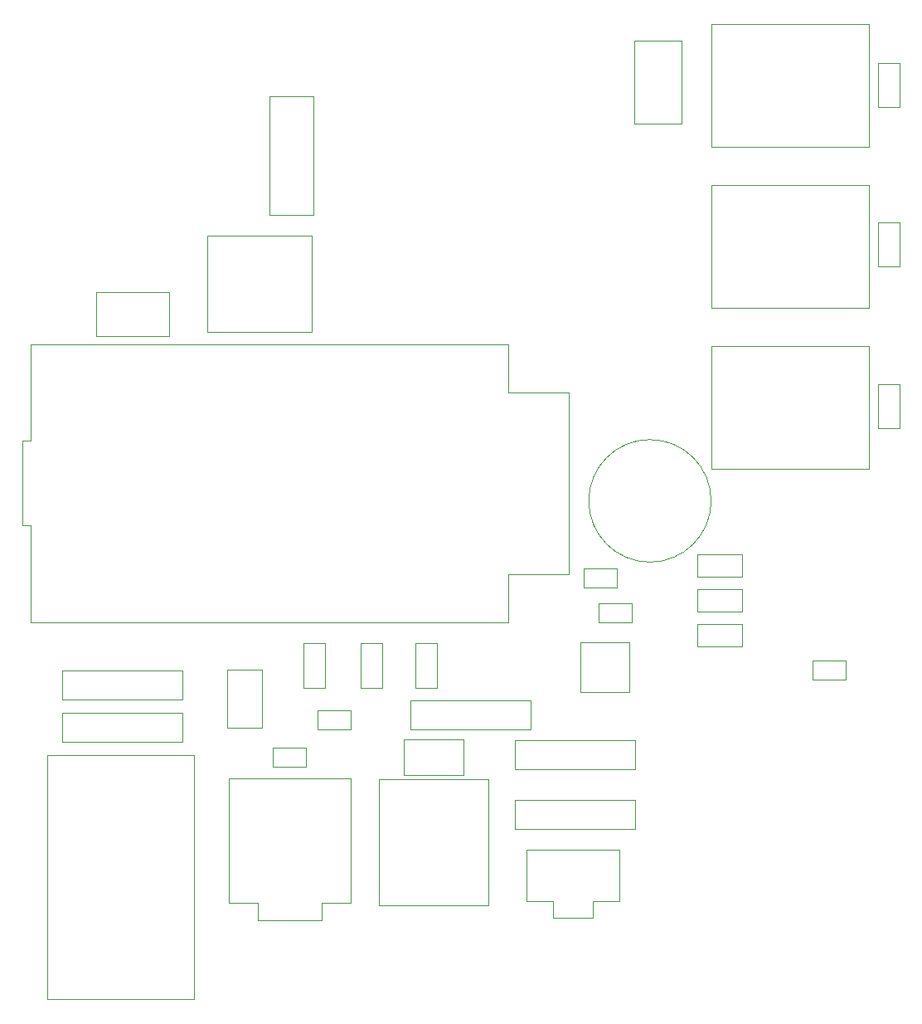
<source format=gbr>
%TF.GenerationSoftware,KiCad,Pcbnew,7.0.9*%
%TF.CreationDate,2024-02-28T20:27:22+01:00*%
%TF.ProjectId,logger_pcb_kicad,6c6f6767-6572-45f7-9063-625f6b696361,rev?*%
%TF.SameCoordinates,Original*%
%TF.FileFunction,Other,User*%
%FSLAX46Y46*%
G04 Gerber Fmt 4.6, Leading zero omitted, Abs format (unit mm)*
G04 Created by KiCad (PCBNEW 7.0.9) date 2024-02-28 20:27:22*
%MOMM*%
%LPD*%
G01*
G04 APERTURE LIST*
%ADD10C,0.050000*%
G04 APERTURE END LIST*
D10*
%TO.C,J4*%
X124600000Y-124050000D02*
X124600000Y-136750000D01*
X124600000Y-136750000D02*
X127600000Y-136750000D01*
X127600000Y-136750000D02*
X127600000Y-138550000D01*
X127600000Y-138550000D02*
X134100000Y-138550000D01*
X134100000Y-136750000D02*
X137100000Y-136750000D01*
X134100000Y-138550000D02*
X134100000Y-136750000D01*
X137100000Y-124050000D02*
X124600000Y-124050000D01*
X137100000Y-136500000D02*
X137100000Y-124050000D01*
X137100000Y-136750000D02*
X137100000Y-136500000D01*
%TO.C,R13*%
X172472000Y-101242000D02*
X177032000Y-101242000D01*
X172472000Y-103482000D02*
X172472000Y-101242000D01*
X177032000Y-101242000D02*
X177032000Y-103482000D01*
X177032000Y-103482000D02*
X172472000Y-103482000D01*
%TO.C,R1*%
X190904000Y-88386000D02*
X190904000Y-83826000D01*
X193144000Y-88386000D02*
X190904000Y-88386000D01*
X190904000Y-83826000D02*
X193144000Y-83826000D01*
X193144000Y-83826000D02*
X193144000Y-88386000D01*
%TO.C,R7*%
X138072000Y-114863500D02*
X138072000Y-110303500D01*
X140312000Y-114863500D02*
X138072000Y-114863500D01*
X138072000Y-110303500D02*
X140312000Y-110303500D01*
X140312000Y-110303500D02*
X140312000Y-114863500D01*
%TO.C,R2*%
X190904000Y-71876000D02*
X190904000Y-67316000D01*
X193144000Y-71876000D02*
X190904000Y-71876000D01*
X190904000Y-67316000D02*
X193144000Y-67316000D01*
X193144000Y-67316000D02*
X193144000Y-71876000D01*
%TO.C,SW3*%
X173944000Y-79996000D02*
X173944000Y-92496000D01*
X173944000Y-79996000D02*
X189964000Y-79996000D01*
X189964000Y-92496000D02*
X173944000Y-92496000D01*
X189964000Y-92496000D02*
X189964000Y-79996000D01*
%TO.C,C4*%
X160860000Y-102652000D02*
X164260000Y-102652000D01*
X160860000Y-104612000D02*
X160860000Y-102652000D01*
X164260000Y-102652000D02*
X164260000Y-104612000D01*
X164260000Y-104612000D02*
X160860000Y-104612000D01*
%TO.C,R8*%
X143660000Y-114863500D02*
X143660000Y-110303500D01*
X145900000Y-114863500D02*
X143660000Y-114863500D01*
X143660000Y-110303500D02*
X145900000Y-110303500D01*
X145900000Y-110303500D02*
X145900000Y-114863500D01*
%TO.C,C2*%
X137082000Y-119090000D02*
X133682000Y-119090000D01*
X137082000Y-117130000D02*
X137082000Y-119090000D01*
X133682000Y-119090000D02*
X133682000Y-117130000D01*
X133682000Y-117130000D02*
X137082000Y-117130000D01*
%TO.C,J1*%
X121123000Y-146631000D02*
X106063000Y-146631000D01*
X121123000Y-121701000D02*
X121123000Y-146631000D01*
X106063000Y-146631000D02*
X106063000Y-121701000D01*
X106063000Y-121701000D02*
X121123000Y-121701000D01*
%TO.C,R12*%
X143222000Y-116102000D02*
X143222000Y-119102000D01*
X143222000Y-119102000D02*
X155482000Y-119102000D01*
X155482000Y-116102000D02*
X143222000Y-116102000D01*
X155482000Y-119102000D02*
X155482000Y-116102000D01*
%TO.C,U6*%
X160568000Y-110180000D02*
X165568000Y-110180000D01*
X160568000Y-110180000D02*
X160568000Y-115280000D01*
X165568000Y-115280000D02*
X165568000Y-110180000D01*
X165568000Y-115280000D02*
X160568000Y-115280000D01*
%TO.C,J5*%
X166048000Y-57316000D02*
X170848000Y-57316000D01*
X170848000Y-57316000D02*
X170848000Y-48816000D01*
X166048000Y-48816000D02*
X166048000Y-57316000D01*
X170848000Y-48816000D02*
X166048000Y-48816000D01*
%TO.C,C5*%
X129110000Y-120940000D02*
X132510000Y-120940000D01*
X129110000Y-122900000D02*
X129110000Y-120940000D01*
X132510000Y-120940000D02*
X132510000Y-122900000D01*
X132510000Y-122900000D02*
X129110000Y-122900000D01*
%TO.C,U2*%
X133122000Y-68750000D02*
X122422000Y-68750000D01*
X122422000Y-68750000D02*
X122422000Y-78550000D01*
X133122000Y-78550000D02*
X133122000Y-68750000D01*
X122422000Y-78550000D02*
X133122000Y-78550000D01*
%TO.C,U3*%
X128038000Y-113010000D02*
X124438000Y-113010000D01*
X128038000Y-113010000D02*
X128038000Y-118910000D01*
X124438000Y-113010000D02*
X124438000Y-118910000D01*
X128038000Y-118910000D02*
X124438000Y-118910000D01*
%TO.C,R14*%
X172472000Y-104798000D02*
X177032000Y-104798000D01*
X172472000Y-107038000D02*
X172472000Y-104798000D01*
X177032000Y-104798000D02*
X177032000Y-107038000D01*
X177032000Y-107038000D02*
X172472000Y-107038000D01*
%TO.C,R6*%
X132230000Y-114863500D02*
X132230000Y-110303500D01*
X134470000Y-114863500D02*
X132230000Y-114863500D01*
X132230000Y-110303500D02*
X134470000Y-110303500D01*
X134470000Y-110303500D02*
X134470000Y-114863500D01*
%TO.C,J6*%
X139970000Y-124130000D02*
X139970000Y-137070000D01*
X139970000Y-124130000D02*
X151160000Y-124130000D01*
X151160000Y-137070000D02*
X139970000Y-137070000D01*
X151160000Y-137070000D02*
X151160000Y-124130000D01*
%TO.C,BZ1*%
X173890000Y-95768000D02*
G75*
G03*
X173890000Y-95768000I-6250000J0D01*
G01*
%TO.C,SW1*%
X173944000Y-47130000D02*
X173944000Y-59630000D01*
X173944000Y-47130000D02*
X189964000Y-47130000D01*
X189964000Y-59630000D02*
X173944000Y-59630000D01*
X189964000Y-59630000D02*
X189964000Y-47130000D01*
%TO.C,SW4*%
X155016000Y-131384000D02*
X164516000Y-131384000D01*
X155016000Y-136584000D02*
X155016000Y-131384000D01*
X157766000Y-136584000D02*
X155016000Y-136584000D01*
X157766000Y-136584000D02*
X157766000Y-138334000D01*
X161766000Y-138334000D02*
X157766000Y-138334000D01*
X161766000Y-138334000D02*
X161766000Y-136584000D01*
X164516000Y-131384000D02*
X164516000Y-136584000D01*
X164516000Y-136584000D02*
X161766000Y-136584000D01*
%TO.C,C1*%
X187628000Y-113980000D02*
X184228000Y-113980000D01*
X187628000Y-112020000D02*
X187628000Y-113980000D01*
X184228000Y-113980000D02*
X184228000Y-112020000D01*
X184228000Y-112020000D02*
X187628000Y-112020000D01*
%TO.C,R3*%
X190904000Y-55620000D02*
X190904000Y-51060000D01*
X193144000Y-55620000D02*
X190904000Y-55620000D01*
X190904000Y-51060000D02*
X193144000Y-51060000D01*
X193144000Y-51060000D02*
X193144000Y-55620000D01*
%TO.C,SW2*%
X173944000Y-63566000D02*
X173944000Y-76066000D01*
X173944000Y-63566000D02*
X189964000Y-63566000D01*
X189964000Y-76066000D02*
X173944000Y-76066000D01*
X189964000Y-76066000D02*
X189964000Y-63566000D01*
%TO.C,D3*%
X118508000Y-78958000D02*
X118508000Y-74458000D01*
X118508000Y-74458000D02*
X111108000Y-74458000D01*
X111108000Y-78958000D02*
X118508000Y-78958000D01*
X111108000Y-74458000D02*
X111108000Y-78958000D01*
%TO.C,R5*%
X107662000Y-113054000D02*
X107662000Y-116054000D01*
X107662000Y-116054000D02*
X119922000Y-116054000D01*
X119922000Y-113054000D02*
X107662000Y-113054000D01*
X119922000Y-116054000D02*
X119922000Y-113054000D01*
%TO.C,J7*%
X142467000Y-123720000D02*
X148617000Y-123720000D01*
X148617000Y-123720000D02*
X148617000Y-120120000D01*
X142467000Y-120120000D02*
X142467000Y-123720000D01*
X148617000Y-120120000D02*
X142467000Y-120120000D01*
%TO.C,U1*%
X153168000Y-79780000D02*
X104408000Y-79780000D01*
X104408000Y-79780000D02*
X104408000Y-89660000D01*
X159338000Y-84730000D02*
X159338000Y-103230000D01*
X153168000Y-84730000D02*
X153168000Y-79780000D01*
X153168000Y-84730000D02*
X159338000Y-84730000D01*
X104408000Y-89660000D02*
X103538000Y-89660000D01*
X103538000Y-89660000D02*
X103538000Y-98290000D01*
X104408000Y-98290000D02*
X104408000Y-108180000D01*
X103538000Y-98290000D02*
X104408000Y-98290000D01*
X159338000Y-103230000D02*
X153168000Y-103230000D01*
X153168000Y-108180000D02*
X153168000Y-103230000D01*
X104408000Y-108180000D02*
X153168000Y-108180000D01*
%TO.C,R11*%
X153890000Y-120166000D02*
X153890000Y-123166000D01*
X153890000Y-123166000D02*
X166150000Y-123166000D01*
X166150000Y-120166000D02*
X153890000Y-120166000D01*
X166150000Y-123166000D02*
X166150000Y-120166000D01*
%TO.C,C3*%
X162384000Y-106208000D02*
X165784000Y-106208000D01*
X162384000Y-108168000D02*
X162384000Y-106208000D01*
X165784000Y-106208000D02*
X165784000Y-108168000D01*
X165784000Y-108168000D02*
X162384000Y-108168000D01*
%TO.C,Y1*%
X133248000Y-66586000D02*
X133248000Y-54486000D01*
X133248000Y-54486000D02*
X128748000Y-54486000D01*
X128748000Y-66586000D02*
X133248000Y-66586000D01*
X128748000Y-54486000D02*
X128748000Y-66586000D01*
%TO.C,R15*%
X172472000Y-108354000D02*
X177032000Y-108354000D01*
X172472000Y-110594000D02*
X172472000Y-108354000D01*
X177032000Y-108354000D02*
X177032000Y-110594000D01*
X177032000Y-110594000D02*
X172472000Y-110594000D01*
%TO.C,R4*%
X107662000Y-117372000D02*
X107662000Y-120372000D01*
X107662000Y-120372000D02*
X119922000Y-120372000D01*
X119922000Y-117372000D02*
X107662000Y-117372000D01*
X119922000Y-120372000D02*
X119922000Y-117372000D01*
%TO.C,R10*%
X166150000Y-129262000D02*
X166150000Y-126262000D01*
X166150000Y-126262000D02*
X153890000Y-126262000D01*
X153890000Y-129262000D02*
X166150000Y-129262000D01*
X153890000Y-126262000D02*
X153890000Y-129262000D01*
%TD*%
M02*

</source>
